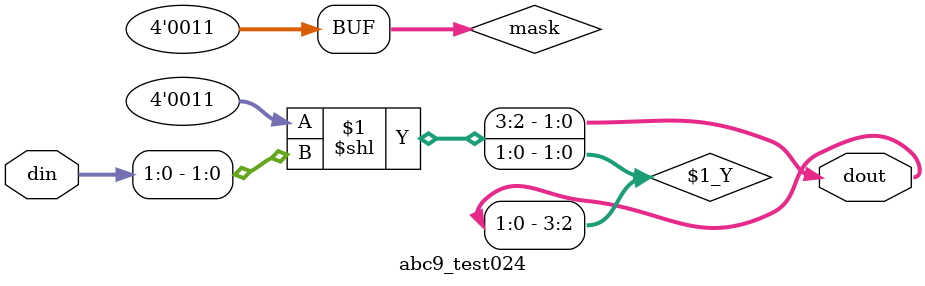
<source format=v>
module abc9_test001(input a, output o);
assign o = a;
endmodule

module abc9_test002(input [1:0] a, output o);
assign o = a[1];
endmodule

module abc9_test003(input [1:0] a, output [1:0] o);
assign o = a;
endmodule

module abc9_test004(input [1:0] a, output o);
assign o = ^a;
endmodule

module abc9_test005(input [1:0] a, output o, output p);
assign o = ^a;
assign p = ~o;
endmodule

module abc9_test006(input [1:0] a, output [2:0] o);
assign o[0] = ^a;
assign o[1] = ~o[0];
assign o[2] = o[1];
endmodule

module abc9_test007(input a, output o);
wire b, c;
assign c = ~a;
assign b = c;
abc9_test007_sub s(b, o);
endmodule

module abc9_test007_sub(input a, output b);
assign b = a;
endmodule

module abc9_test008(input a, output o);
wire b, c;
assign b = ~a;
assign c = b;
abc9_test008_sub s(b, o);
endmodule

module abc9_test008_sub(input a, output b);
assign b = ~a;
endmodule

module abc9_test009(inout io, input oe);
reg latch;
always @(io or oe)
    if (!oe)
        latch <= io;
assign io = oe ? ~latch : 1'bz;
endmodule

module abc9_test010(inout [7:0] io, input oe);
reg [7:0] latch;
always @(io or oe)
    if (!oe)
        latch <= io;
assign io = oe ? ~latch : 8'bz;
endmodule

module abc9_test011(inout io, input oe);
reg latch;
always @(io or oe)
    if (!oe)
        latch <= io;
//assign io = oe ? ~latch : 8'bz;
endmodule

module abc9_test012(inout io, input oe);
reg latch;
//always @(io or oe)
//    if (!oe)
//        latch <= io;
assign io = oe ? ~latch : 8'bz;
endmodule

module abc9_test013(inout [3:0] io, input oe);
reg [3:0] latch;
always @(io or oe)
    if (!oe)
        latch[3:0] <= io[3:0];
    else
        latch[7:4] <= io;
assign io[3:0] = oe ? ~latch[3:0] : 4'bz;
assign io[7:4] = !oe ? {latch[4], latch[7:3]} : 4'bz;
endmodule

module abc9_test014(inout [7:0] io, input oe);
abc9_test012_sub sub(io, oe);
endmodule

module abc9_test012_sub(inout [7:0] io, input oe);
reg [7:0] latch;
always @(io or oe)
    if (!oe)
        latch[3:0] <= io;
    else
        latch[7:4] <= io;
assign io[3:0] = oe ? ~latch[3:0] : 4'bz;
assign io[7:4] = !oe ? {latch[4], latch[7:3]} : 4'bz;
endmodule

module abc9_test015(input a, output b, input c);
assign b = ~a;
(* keep *) wire d;
assign d = ~c;
endmodule

module abc9_test016(input a, output b);
assign b = ~a;
(* keep *) reg c;
always @* c <= ~a;
endmodule

module abc9_test017(input a, output b);
assign b = ~a;
(* keep *) reg c;
always @* c = b;
endmodule

module abc9_test018(input a, output b, output c);
assign b = ~a;
(* keep *) wire [1:0] d;
assign c = &d;
endmodule

module abc9_test019(input a, output b);
assign b = ~a;
(* keep *) reg [1:0] c;
reg d;
always @* d <= &c;
endmodule

module abc9_test020(input a, output b);
assign b = ~a;
(* keep *) reg [1:0] c;
(* keep *) reg d;
always @* d <= &c;
endmodule

// Citation: https://github.com/alexforencich/verilog-ethernet
module abc9_test021(clk, rst, s_eth_hdr_valid, s_eth_hdr_ready, s_eth_dest_mac, s_eth_src_mac, s_eth_type, s_eth_payload_axis_tdata, s_eth_payload_axis_tkeep, s_eth_payload_axis_tvalid, s_eth_payload_axis_tready, s_eth_payload_axis_tlast, s_eth_payload_axis_tid, s_eth_payload_axis_tdest, s_eth_payload_axis_tuser, m_eth_hdr_valid, m_eth_hdr_ready, m_eth_dest_mac, m_eth_src_mac, m_eth_type, m_eth_payload_axis_tdata, m_eth_payload_axis_tkeep, m_eth_payload_axis_tvalid, m_eth_payload_axis_tready, m_eth_payload_axis_tlast, m_eth_payload_axis_tid, m_eth_payload_axis_tdest, m_eth_payload_axis_tuser);
  input clk;
  output [47:0] m_eth_dest_mac;
  input m_eth_hdr_ready;
  output m_eth_hdr_valid;
  output [7:0] m_eth_payload_axis_tdata;
  output [7:0] m_eth_payload_axis_tdest;
  output [7:0] m_eth_payload_axis_tid;
  output m_eth_payload_axis_tkeep;
  output m_eth_payload_axis_tlast;
  input m_eth_payload_axis_tready;
  output m_eth_payload_axis_tuser;
  output m_eth_payload_axis_tvalid;
  output [47:0] m_eth_src_mac;
  output [15:0] m_eth_type;
  input rst;
  input [191:0] s_eth_dest_mac;
  output [3:0] s_eth_hdr_ready;
  input [3:0] s_eth_hdr_valid;
  input [31:0] s_eth_payload_axis_tdata;
  input [31:0] s_eth_payload_axis_tdest;
  input [31:0] s_eth_payload_axis_tid;
  input [3:0] s_eth_payload_axis_tkeep;
  input [3:0] s_eth_payload_axis_tlast;
  output [3:0] s_eth_payload_axis_tready;
  input [3:0] s_eth_payload_axis_tuser;
  input [3:0] s_eth_payload_axis_tvalid;
  input [191:0] s_eth_src_mac;
  input [63:0] s_eth_type;
  (* keep *)
  wire [0:0] grant, request;
  wire a;
  not u0 (
    a,
    grant[0]
  );
  and u1  (
    request[0],
    s_eth_hdr_valid[0],
    a
  );
  (* keep *)
  MUXF8 u2  (
    .I0(1'bx),
    .I1(1'bx),
    .O(o),
    .S(1'bx)
  );
  arbiter  arb_inst (
    .acknowledge(acknowledge),
    .clk(clk),
    .grant(grant),
    .grant_encoded(grant_encoded),
    .grant_valid(grant_valid),
    .request(request),
    .rst(rst)
  );
endmodule

module arbiter (clk, rst, request, acknowledge, grant, grant_valid, grant_encoded);
  input [3:0] acknowledge;
  input clk;
  output [3:0] grant;
  output [1:0] grant_encoded;
  output grant_valid;
  input [3:0] request;
  input rst;
endmodule

(* abc_box_id=1 *)
module MUXF8(input I0, I1, S, output O);
endmodule

// Citation: https://github.com/alexforencich/verilog-ethernet
// TODO: yosys -p "synth_xilinx -abc9 -top abc9_test022" abc9.v -q
// returns before b4321a31
//   Warning: Wire abc9_test022.\m_eth_payload_axis_tkeep [7] is used but has no
//   driver.
//   Warning: Wire abc9_test022.\m_eth_payload_axis_tkeep [3] is used but has no
//   driver.
module abc9_test022
(
    input  wire        clk,
    input  wire        i,
    output wire [7:0]  m_eth_payload_axis_tkeep
);
    reg [7:0]  m_eth_payload_axis_tkeep_reg = 8'd0;
    assign m_eth_payload_axis_tkeep = m_eth_payload_axis_tkeep_reg;
    always @(posedge clk)
        m_eth_payload_axis_tkeep_reg <= i ? 8'hff : 8'h0f;
endmodule

// Citation: https://github.com/riscv/riscv-bitmanip
// TODO: yosys -p "synth_xilinx -abc9 -top abc9_test024" abc9.v -q
// returns before 14233843
//   Warning: Wire abc9_test024.\dout [1] is used but has no driver.
module abc9_test024 #(
	parameter integer N = 2,
	parameter integer M = 2
) (
	input [7:0] din,
	output [M-1:0] dout
);
	wire [2*M-1:0] mask = {M{1'b1}};
	assign dout = (mask << din[N-1:0]) >> M;
endmodule

</source>
